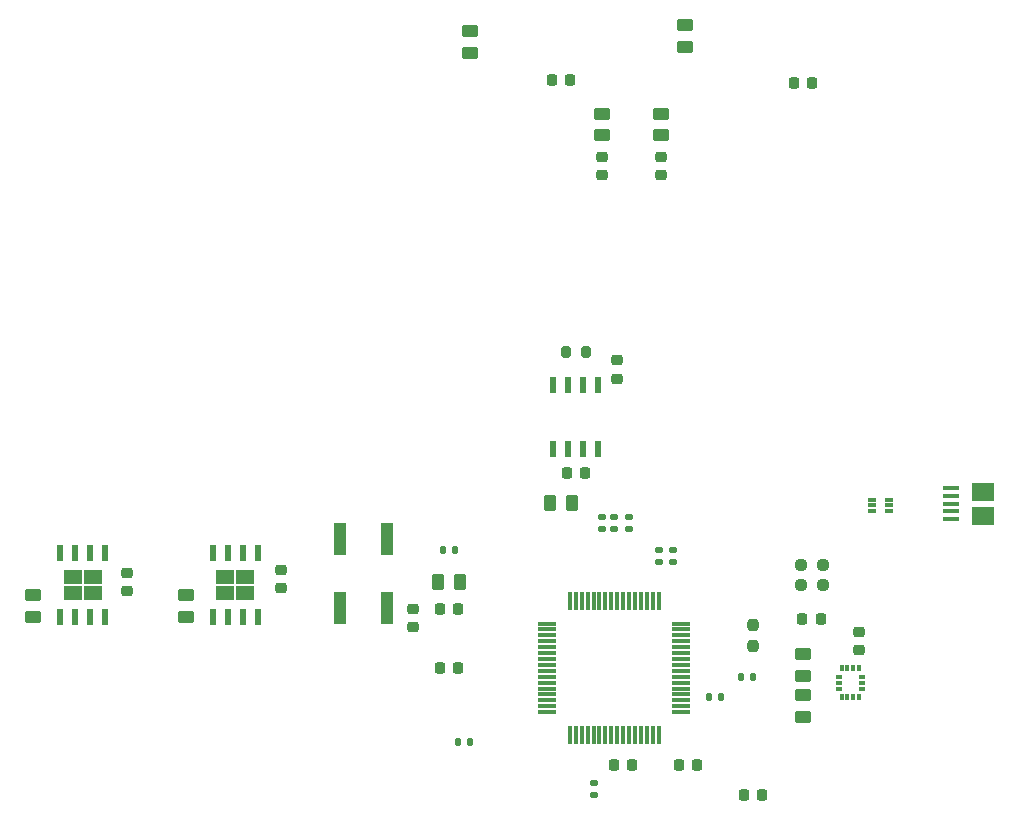
<source format=gtp>
G04 #@! TF.GenerationSoftware,KiCad,Pcbnew,7.0.8-7.0.8~ubuntu22.04.1*
G04 #@! TF.CreationDate,2024-01-26T15:53:44+01:00*
G04 #@! TF.ProjectId,shoulder,73686f75-6c64-4657-922e-6b696361645f,1.1*
G04 #@! TF.SameCoordinates,Original*
G04 #@! TF.FileFunction,Paste,Top*
G04 #@! TF.FilePolarity,Positive*
%FSLAX46Y46*%
G04 Gerber Fmt 4.6, Leading zero omitted, Abs format (unit mm)*
G04 Created by KiCad (PCBNEW 7.0.8-7.0.8~ubuntu22.04.1) date 2024-01-26 15:53:44*
%MOMM*%
%LPD*%
G01*
G04 APERTURE LIST*
G04 Aperture macros list*
%AMRoundRect*
0 Rectangle with rounded corners*
0 $1 Rounding radius*
0 $2 $3 $4 $5 $6 $7 $8 $9 X,Y pos of 4 corners*
0 Add a 4 corners polygon primitive as box body*
4,1,4,$2,$3,$4,$5,$6,$7,$8,$9,$2,$3,0*
0 Add four circle primitives for the rounded corners*
1,1,$1+$1,$2,$3*
1,1,$1+$1,$4,$5*
1,1,$1+$1,$6,$7*
1,1,$1+$1,$8,$9*
0 Add four rect primitives between the rounded corners*
20,1,$1+$1,$2,$3,$4,$5,0*
20,1,$1+$1,$4,$5,$6,$7,0*
20,1,$1+$1,$6,$7,$8,$9,0*
20,1,$1+$1,$8,$9,$2,$3,0*%
G04 Aperture macros list end*
%ADD10RoundRect,0.135000X0.135000X0.185000X-0.135000X0.185000X-0.135000X-0.185000X0.135000X-0.185000X0*%
%ADD11RoundRect,0.225000X-0.250000X0.225000X-0.250000X-0.225000X0.250000X-0.225000X0.250000X0.225000X0*%
%ADD12RoundRect,0.200000X0.200000X0.275000X-0.200000X0.275000X-0.200000X-0.275000X0.200000X-0.275000X0*%
%ADD13RoundRect,0.135000X0.185000X-0.135000X0.185000X0.135000X-0.185000X0.135000X-0.185000X-0.135000X0*%
%ADD14R,1.350000X0.400000*%
%ADD15R,1.900000X1.500000*%
%ADD16RoundRect,0.135000X-0.185000X0.135000X-0.185000X-0.135000X0.185000X-0.135000X0.185000X0.135000X0*%
%ADD17RoundRect,0.135000X-0.135000X-0.185000X0.135000X-0.185000X0.135000X0.185000X-0.135000X0.185000X0*%
%ADD18RoundRect,0.225000X0.225000X0.250000X-0.225000X0.250000X-0.225000X-0.250000X0.225000X-0.250000X0*%
%ADD19RoundRect,0.250000X0.450000X-0.262500X0.450000X0.262500X-0.450000X0.262500X-0.450000X-0.262500X0*%
%ADD20RoundRect,0.218750X0.256250X-0.218750X0.256250X0.218750X-0.256250X0.218750X-0.256250X-0.218750X0*%
%ADD21R,0.558800X1.460500*%
%ADD22RoundRect,0.237500X-0.250000X-0.237500X0.250000X-0.237500X0.250000X0.237500X-0.250000X0.237500X0*%
%ADD23RoundRect,0.250000X-0.450000X0.262500X-0.450000X-0.262500X0.450000X-0.262500X0.450000X0.262500X0*%
%ADD24RoundRect,0.225000X-0.225000X-0.250000X0.225000X-0.250000X0.225000X0.250000X-0.225000X0.250000X0*%
%ADD25R,0.351536X0.576580*%
%ADD26R,0.576580X0.351536*%
%ADD27R,0.532600X1.454899*%
%ADD28R,1.000000X2.800000*%
%ADD29RoundRect,0.225000X0.250000X-0.225000X0.250000X0.225000X-0.250000X0.225000X-0.250000X-0.225000X0*%
%ADD30RoundRect,0.075000X-0.700000X-0.075000X0.700000X-0.075000X0.700000X0.075000X-0.700000X0.075000X0*%
%ADD31RoundRect,0.075000X-0.075000X-0.700000X0.075000X-0.700000X0.075000X0.700000X-0.075000X0.700000X0*%
%ADD32RoundRect,0.237500X-0.237500X0.250000X-0.237500X-0.250000X0.237500X-0.250000X0.237500X0.250000X0*%
%ADD33RoundRect,0.250000X-0.262500X-0.450000X0.262500X-0.450000X0.262500X0.450000X-0.262500X0.450000X0*%
%ADD34R,0.685800X0.330200*%
%ADD35RoundRect,0.250000X0.262500X0.450000X-0.262500X0.450000X-0.262500X-0.450000X0.262500X-0.450000X0*%
%ADD36RoundRect,0.237500X0.250000X0.237500X-0.250000X0.237500X-0.250000X-0.237500X0.250000X-0.237500X0*%
%ADD37RoundRect,0.218750X0.218750X0.256250X-0.218750X0.256250X-0.218750X-0.256250X0.218750X-0.256250X0*%
G04 APERTURE END LIST*
G36*
X70650000Y-80508900D02*
G01*
X69148200Y-80508900D01*
X69148200Y-79350000D01*
X70650000Y-79350000D01*
X70650000Y-80508900D01*
G37*
G36*
X72351800Y-80508900D02*
G01*
X70850000Y-80508900D01*
X70850000Y-79350000D01*
X72351800Y-79350000D01*
X72351800Y-80508900D01*
G37*
G36*
X70650000Y-79150000D02*
G01*
X69148200Y-79150000D01*
X69148200Y-77991100D01*
X70650000Y-77991100D01*
X70650000Y-79150000D01*
G37*
G36*
X72351800Y-79150000D02*
G01*
X70850000Y-79150000D01*
X70850000Y-77991100D01*
X72351800Y-77991100D01*
X72351800Y-79150000D01*
G37*
G36*
X83555000Y-80483050D02*
G01*
X82053200Y-80483050D01*
X82053200Y-79324150D01*
X83555000Y-79324150D01*
X83555000Y-80483050D01*
G37*
G36*
X85256800Y-80483050D02*
G01*
X83755000Y-80483050D01*
X83755000Y-79324150D01*
X85256800Y-79324150D01*
X85256800Y-80483050D01*
G37*
G36*
X83555000Y-79124150D02*
G01*
X82053200Y-79124150D01*
X82053200Y-77965250D01*
X83555000Y-77965250D01*
X83555000Y-79124150D01*
G37*
G36*
X85256800Y-79124150D02*
G01*
X83755000Y-79124150D01*
X83755000Y-77965250D01*
X85256800Y-77965250D01*
X85256800Y-79124150D01*
G37*
D10*
X124769999Y-88750000D03*
X123749999Y-88750000D03*
D11*
X98750000Y-81225000D03*
X98750000Y-82775000D03*
D12*
X113325000Y-59500000D03*
X111675000Y-59500000D03*
D13*
X114000000Y-97010000D03*
X114000000Y-95990000D03*
D14*
X144250000Y-73650000D03*
X144250000Y-73000000D03*
X144250000Y-72350000D03*
X144250000Y-71700000D03*
X144250000Y-71050000D03*
D15*
X146950000Y-73350000D03*
X146950000Y-71350000D03*
D16*
X120750000Y-76249999D03*
X120750000Y-77269999D03*
D17*
X101240000Y-76250000D03*
X102260000Y-76250000D03*
D18*
X117275000Y-94500000D03*
X115725000Y-94500000D03*
D19*
X66500000Y-81912500D03*
X66500000Y-80087500D03*
D20*
X119750000Y-44537500D03*
X119750000Y-42962500D03*
D21*
X68845000Y-81974150D03*
X70115000Y-81974150D03*
X71385000Y-81974150D03*
X72655000Y-81974150D03*
X72655000Y-76525850D03*
X71385000Y-76525850D03*
X70115000Y-76525850D03*
X68845000Y-76525850D03*
D22*
X131587500Y-79250000D03*
X133412500Y-79250000D03*
D23*
X131750000Y-85087500D03*
X131750000Y-86912500D03*
D24*
X121225000Y-94500000D03*
X122775000Y-94500000D03*
D25*
X134999999Y-88710300D03*
X135500000Y-88710300D03*
X136000000Y-88710300D03*
X136500001Y-88710300D03*
D26*
X136706300Y-87999999D03*
X136706300Y-87500000D03*
X136706300Y-87000001D03*
D25*
X136500001Y-86289700D03*
X136000000Y-86289700D03*
X135500000Y-86289700D03*
X134999999Y-86289700D03*
D26*
X134793700Y-87000001D03*
X134793700Y-87500000D03*
X134793700Y-87999999D03*
D20*
X114750000Y-44537500D03*
X114750000Y-42962500D03*
D27*
X110595000Y-67721348D03*
X111865000Y-67721348D03*
X113135000Y-67721348D03*
X114405000Y-67721348D03*
X114405000Y-62278652D03*
X113135000Y-62278652D03*
X111865000Y-62278652D03*
X110595000Y-62278652D03*
D10*
X127510000Y-87000000D03*
X126490000Y-87000000D03*
D28*
X92500000Y-81150000D03*
X92500000Y-75350000D03*
X96500000Y-81150000D03*
X96500000Y-75350000D03*
D21*
X81750000Y-81948300D03*
X83020000Y-81948300D03*
X84290000Y-81948300D03*
X85560000Y-81948300D03*
X85560000Y-76500000D03*
X84290000Y-76500000D03*
X83020000Y-76500000D03*
X81750000Y-76500000D03*
D29*
X116000000Y-61775000D03*
X116000000Y-60225000D03*
D30*
X110075000Y-82500000D03*
X110075000Y-83000000D03*
X110075000Y-83500000D03*
X110075000Y-84000000D03*
X110075000Y-84500000D03*
X110075000Y-85000000D03*
X110075000Y-85500000D03*
X110075000Y-86000000D03*
X110075000Y-86500000D03*
X110075000Y-87000000D03*
X110075000Y-87500000D03*
X110075000Y-88000000D03*
X110075000Y-88500000D03*
X110075000Y-89000000D03*
X110075000Y-89500000D03*
X110075000Y-90000000D03*
D31*
X112000000Y-91925000D03*
X112500000Y-91925000D03*
X113000000Y-91925000D03*
X113500000Y-91925000D03*
X114000000Y-91925000D03*
X114500000Y-91925000D03*
X115000000Y-91925000D03*
X115500000Y-91925000D03*
X116000000Y-91925000D03*
X116500000Y-91925000D03*
X117000000Y-91925000D03*
X117500000Y-91925000D03*
X118000000Y-91925000D03*
X118500000Y-91925000D03*
X119000000Y-91925000D03*
X119500000Y-91925000D03*
D30*
X121425000Y-90000000D03*
X121425000Y-89500000D03*
X121425000Y-89000000D03*
X121425000Y-88500000D03*
X121425000Y-88000000D03*
X121425000Y-87500000D03*
X121425000Y-87000000D03*
X121425000Y-86500000D03*
X121425000Y-86000000D03*
X121425000Y-85500000D03*
X121425000Y-85000000D03*
X121425000Y-84500000D03*
X121425000Y-84000000D03*
X121425000Y-83500000D03*
X121425000Y-83000000D03*
X121425000Y-82500000D03*
D31*
X119500000Y-80575000D03*
X119000000Y-80575000D03*
X118500000Y-80575000D03*
X118000000Y-80575000D03*
X117500000Y-80575000D03*
X117000000Y-80575000D03*
X116500000Y-80575000D03*
X116000000Y-80575000D03*
X115500000Y-80575000D03*
X115000000Y-80575000D03*
X114500000Y-80575000D03*
X114000000Y-80575000D03*
X113500000Y-80575000D03*
X113000000Y-80575000D03*
X112500000Y-80575000D03*
X112000000Y-80575000D03*
D18*
X113275000Y-69750000D03*
X111725000Y-69750000D03*
D16*
X117000000Y-73490000D03*
X117000000Y-74510000D03*
X119500000Y-76240000D03*
X119500000Y-77260000D03*
D24*
X130975000Y-36750000D03*
X132525000Y-36750000D03*
D19*
X121750000Y-33662500D03*
X121750000Y-31837500D03*
D32*
X127500000Y-82587500D03*
X127500000Y-84412500D03*
D18*
X102525000Y-86250000D03*
X100975000Y-86250000D03*
X102525000Y-81250000D03*
X100975000Y-81250000D03*
D19*
X79500000Y-81912500D03*
X79500000Y-80087500D03*
D29*
X74500000Y-79775000D03*
X74500000Y-78225000D03*
D19*
X103500000Y-34162500D03*
X103500000Y-32337500D03*
D23*
X119750000Y-39337500D03*
X119750000Y-41162500D03*
D33*
X110337500Y-72250000D03*
X112162500Y-72250000D03*
D34*
X139000000Y-73000000D03*
X139000000Y-72500001D03*
X139000000Y-72000002D03*
X137577600Y-72000002D03*
X137577600Y-72500001D03*
X137577600Y-73000000D03*
D23*
X114750000Y-39337500D03*
X114750000Y-41162500D03*
D19*
X131750000Y-90412500D03*
X131750000Y-88587500D03*
D16*
X115750000Y-73490000D03*
X115750000Y-74510000D03*
D35*
X102662500Y-79000000D03*
X100837500Y-79000000D03*
D29*
X87500000Y-79525000D03*
X87500000Y-77975000D03*
D17*
X102500000Y-92500000D03*
X103520000Y-92500000D03*
D29*
X136500000Y-84775000D03*
X136500000Y-83225000D03*
D24*
X131685000Y-82080000D03*
X133235000Y-82080000D03*
D36*
X133412500Y-77500000D03*
X131587500Y-77500000D03*
D37*
X128287500Y-97000000D03*
X126712500Y-97000000D03*
D24*
X110475000Y-36500000D03*
X112025000Y-36500000D03*
D16*
X114750000Y-73480001D03*
X114750000Y-74500001D03*
M02*

</source>
